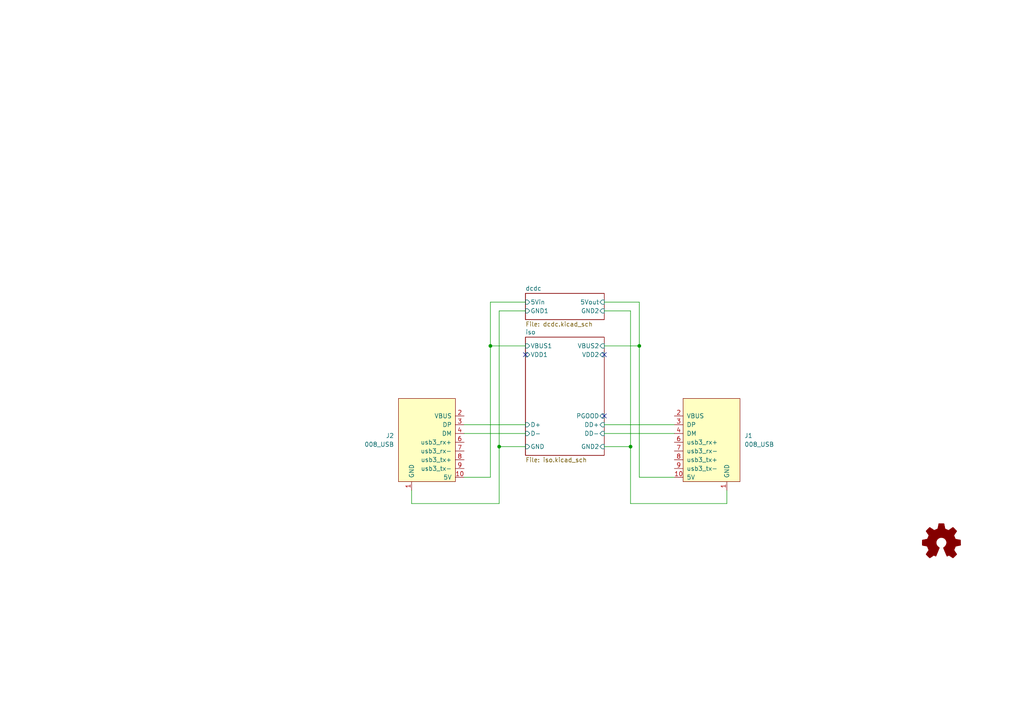
<source format=kicad_sch>
(kicad_sch (version 20230121) (generator eeschema)

  (uuid 57732dd3-1162-4c3f-88bd-31bf473d124d)

  (paper "A4")

  (lib_symbols
    (symbol "Graphic:Logo_Open_Hardware_Small" (pin_names (offset 1.016)) (in_bom yes) (on_board yes)
      (property "Reference" "#LOGO" (at 0 6.985 0)
        (effects (font (size 1.27 1.27)) hide)
      )
      (property "Value" "Logo_Open_Hardware_Small" (at 0 -5.715 0)
        (effects (font (size 1.27 1.27)) hide)
      )
      (property "Footprint" "" (at 0 0 0)
        (effects (font (size 1.27 1.27)) hide)
      )
      (property "Datasheet" "~" (at 0 0 0)
        (effects (font (size 1.27 1.27)) hide)
      )
      (property "ki_keywords" "Logo" (at 0 0 0)
        (effects (font (size 1.27 1.27)) hide)
      )
      (property "ki_description" "Open Hardware logo, small" (at 0 0 0)
        (effects (font (size 1.27 1.27)) hide)
      )
      (symbol "Logo_Open_Hardware_Small_0_1"
        (polyline
          (pts
            (xy 3.3528 -4.3434)
            (xy 3.302 -4.318)
            (xy 3.175 -4.2418)
            (xy 2.9972 -4.1148)
            (xy 2.7686 -3.9624)
            (xy 2.54 -3.81)
            (xy 2.3622 -3.7084)
            (xy 2.2352 -3.6068)
            (xy 2.1844 -3.5814)
            (xy 2.159 -3.6068)
            (xy 2.0574 -3.6576)
            (xy 1.905 -3.7338)
            (xy 1.8034 -3.7846)
            (xy 1.6764 -3.8354)
            (xy 1.6002 -3.8354)
            (xy 1.6002 -3.8354)
            (xy 1.5494 -3.7338)
            (xy 1.4732 -3.5306)
            (xy 1.3462 -3.302)
            (xy 1.2446 -3.0226)
            (xy 1.1176 -2.7178)
            (xy 0.9652 -2.413)
            (xy 0.8636 -2.1082)
            (xy 0.7366 -1.8288)
            (xy 0.6604 -1.6256)
            (xy 0.6096 -1.4732)
            (xy 0.5842 -1.397)
            (xy 0.5842 -1.397)
            (xy 0.6604 -1.3208)
            (xy 0.7874 -1.2446)
            (xy 1.0414 -1.016)
            (xy 1.2954 -0.6858)
            (xy 1.4478 -0.3302)
            (xy 1.524 0.0762)
            (xy 1.4732 0.4572)
            (xy 1.3208 0.8128)
            (xy 1.0668 1.143)
            (xy 0.762 1.3716)
            (xy 0.4064 1.524)
            (xy 0 1.5748)
            (xy -0.381 1.5494)
            (xy -0.7366 1.397)
            (xy -1.0668 1.143)
            (xy -1.2192 0.9906)
            (xy -1.397 0.6604)
            (xy -1.524 0.3048)
            (xy -1.524 0.2286)
            (xy -1.4986 -0.1778)
            (xy -1.397 -0.5334)
            (xy -1.1938 -0.8636)
            (xy -0.9144 -1.143)
            (xy -0.8636 -1.1684)
            (xy -0.7366 -1.27)
            (xy -0.635 -1.3462)
            (xy -0.5842 -1.397)
            (xy -1.0668 -2.5908)
            (xy -1.143 -2.794)
            (xy -1.2954 -3.1242)
            (xy -1.397 -3.4036)
            (xy -1.4986 -3.6322)
            (xy -1.5748 -3.7846)
            (xy -1.6002 -3.8354)
            (xy -1.6002 -3.8354)
            (xy -1.651 -3.8354)
            (xy -1.7272 -3.81)
            (xy -1.905 -3.7338)
            (xy -2.0066 -3.683)
            (xy -2.1336 -3.6068)
            (xy -2.2098 -3.5814)
            (xy -2.2606 -3.6068)
            (xy -2.3622 -3.683)
            (xy -2.54 -3.81)
            (xy -2.7686 -3.9624)
            (xy -2.9718 -4.0894)
            (xy -3.1496 -4.2164)
            (xy -3.302 -4.318)
            (xy -3.3528 -4.3434)
            (xy -3.3782 -4.3434)
            (xy -3.429 -4.318)
            (xy -3.5306 -4.2164)
            (xy -3.7084 -4.064)
            (xy -3.937 -3.8354)
            (xy -3.9624 -3.81)
            (xy -4.1656 -3.6068)
            (xy -4.318 -3.4544)
            (xy -4.4196 -3.3274)
            (xy -4.445 -3.2766)
            (xy -4.445 -3.2766)
            (xy -4.4196 -3.2258)
            (xy -4.318 -3.0734)
            (xy -4.2164 -2.8956)
            (xy -4.064 -2.667)
            (xy -3.6576 -2.0828)
            (xy -3.8862 -1.5494)
            (xy -3.937 -1.3716)
            (xy -4.0386 -1.1684)
            (xy -4.0894 -1.0414)
            (xy -4.1148 -0.9652)
            (xy -4.191 -0.9398)
            (xy -4.318 -0.9144)
            (xy -4.5466 -0.8636)
            (xy -4.8006 -0.8128)
            (xy -5.0546 -0.7874)
            (xy -5.2578 -0.7366)
            (xy -5.4356 -0.7112)
            (xy -5.5118 -0.6858)
            (xy -5.5118 -0.6858)
            (xy -5.5372 -0.635)
            (xy -5.5372 -0.5588)
            (xy -5.5372 -0.4318)
            (xy -5.5626 -0.2286)
            (xy -5.5626 0.0762)
            (xy -5.5626 0.127)
            (xy -5.5372 0.4064)
            (xy -5.5372 0.635)
            (xy -5.5372 0.762)
            (xy -5.5372 0.8382)
            (xy -5.5372 0.8382)
            (xy -5.461 0.8382)
            (xy -5.3086 0.889)
            (xy -5.08 0.9144)
            (xy -4.826 0.9652)
            (xy -4.8006 0.9906)
            (xy -4.5466 1.0414)
            (xy -4.318 1.0668)
            (xy -4.1656 1.1176)
            (xy -4.0894 1.143)
            (xy -4.0894 1.143)
            (xy -4.0386 1.2446)
            (xy -3.9624 1.4224)
            (xy -3.8608 1.6256)
            (xy -3.7846 1.8288)
            (xy -3.7084 2.0066)
            (xy -3.6576 2.159)
            (xy -3.6322 2.2098)
            (xy -3.6322 2.2098)
            (xy -3.683 2.286)
            (xy -3.7592 2.413)
            (xy -3.8862 2.5908)
            (xy -4.064 2.8194)
            (xy -4.064 2.8448)
            (xy -4.2164 3.0734)
            (xy -4.3434 3.2512)
            (xy -4.4196 3.3782)
            (xy -4.445 3.4544)
            (xy -4.445 3.4544)
            (xy -4.3942 3.5052)
            (xy -4.2926 3.6322)
            (xy -4.1148 3.81)
            (xy -3.937 4.0132)
            (xy -3.8608 4.064)
            (xy -3.6576 4.2926)
            (xy -3.5052 4.4196)
            (xy -3.4036 4.4958)
            (xy -3.3528 4.5212)
            (xy -3.3528 4.5212)
            (xy -3.302 4.4704)
            (xy -3.1496 4.3688)
            (xy -2.9718 4.2418)
            (xy -2.7432 4.0894)
            (xy -2.7178 4.0894)
            (xy -2.4892 3.937)
            (xy -2.3114 3.81)
            (xy -2.1844 3.7084)
            (xy -2.1336 3.683)
            (xy -2.1082 3.683)
            (xy -2.032 3.7084)
            (xy -1.8542 3.7592)
            (xy -1.6764 3.8354)
            (xy -1.4732 3.937)
            (xy -1.27 4.0132)
            (xy -1.143 4.064)
            (xy -1.0668 4.1148)
            (xy -1.0668 4.1148)
            (xy -1.0414 4.191)
            (xy -1.016 4.3434)
            (xy -0.9652 4.572)
            (xy -0.9144 4.8514)
            (xy -0.889 4.9022)
            (xy -0.8382 5.1562)
            (xy -0.8128 5.3848)
            (xy -0.7874 5.5372)
            (xy -0.762 5.588)
            (xy -0.7112 5.6134)
            (xy -0.5842 5.6134)
            (xy -0.4064 5.6134)
            (xy -0.1524 5.6134)
            (xy 0.0762 5.6134)
            (xy 0.3302 5.6134)
            (xy 0.5334 5.6134)
            (xy 0.6858 5.588)
            (xy 0.7366 5.588)
            (xy 0.7366 5.588)
            (xy 0.762 5.5118)
            (xy 0.8128 5.334)
            (xy 0.8382 5.1054)
            (xy 0.9144 4.826)
            (xy 0.9144 4.7752)
            (xy 0.9652 4.5212)
            (xy 1.016 4.2926)
            (xy 1.0414 4.1402)
            (xy 1.0668 4.0894)
            (xy 1.0668 4.0894)
            (xy 1.1938 4.0386)
            (xy 1.3716 3.9624)
            (xy 1.5748 3.8608)
            (xy 2.0828 3.6576)
            (xy 2.7178 4.0894)
            (xy 2.7686 4.1402)
            (xy 2.9972 4.2926)
            (xy 3.175 4.4196)
            (xy 3.302 4.4958)
            (xy 3.3782 4.5212)
            (xy 3.3782 4.5212)
            (xy 3.429 4.4704)
            (xy 3.556 4.3434)
            (xy 3.7338 4.191)
            (xy 3.9116 3.9878)
            (xy 4.064 3.8354)
            (xy 4.2418 3.6576)
            (xy 4.3434 3.556)
            (xy 4.4196 3.4798)
            (xy 4.4196 3.429)
            (xy 4.4196 3.4036)
            (xy 4.3942 3.3274)
            (xy 4.2926 3.2004)
            (xy 4.1656 2.9972)
            (xy 4.0132 2.794)
            (xy 3.8862 2.5908)
            (xy 3.7592 2.3876)
            (xy 3.6576 2.2352)
            (xy 3.6322 2.159)
            (xy 3.6322 2.1336)
            (xy 3.683 2.0066)
            (xy 3.7592 1.8288)
            (xy 3.8608 1.6002)
            (xy 4.064 1.1176)
            (xy 4.3942 1.0414)
            (xy 4.5974 1.016)
            (xy 4.8768 0.9652)
            (xy 5.1308 0.9144)
            (xy 5.5372 0.8382)
            (xy 5.5626 -0.6604)
            (xy 5.4864 -0.6858)
            (xy 5.4356 -0.6858)
            (xy 5.2832 -0.7366)
            (xy 5.0546 -0.762)
            (xy 4.8006 -0.8128)
            (xy 4.5974 -0.8636)
            (xy 4.3688 -0.9144)
            (xy 4.2164 -0.9398)
            (xy 4.1402 -0.9398)
            (xy 4.1148 -0.9652)
            (xy 4.064 -1.0668)
            (xy 3.9878 -1.2446)
            (xy 3.9116 -1.4478)
            (xy 3.81 -1.651)
            (xy 3.7338 -1.8542)
            (xy 3.683 -2.0066)
            (xy 3.6576 -2.0828)
            (xy 3.683 -2.1336)
            (xy 3.7846 -2.2606)
            (xy 3.8862 -2.4638)
            (xy 4.0386 -2.667)
            (xy 4.191 -2.8956)
            (xy 4.318 -3.0734)
            (xy 4.3942 -3.2004)
            (xy 4.445 -3.2766)
            (xy 4.4196 -3.3274)
            (xy 4.3434 -3.429)
            (xy 4.1656 -3.5814)
            (xy 3.937 -3.8354)
            (xy 3.8862 -3.8608)
            (xy 3.683 -4.064)
            (xy 3.5306 -4.2164)
            (xy 3.4036 -4.318)
            (xy 3.3528 -4.3434)
          )
          (stroke (width 0) (type default))
          (fill (type outline))
        )
      )
    )
    (symbol "put_on_edge:008_USB" (pin_names (offset 1.016)) (in_bom yes) (on_board yes)
      (property "Reference" "J" (at -2.54 13.97 0)
        (effects (font (size 1.27 1.27)))
      )
      (property "Value" "008_USB" (at 8.89 13.97 0)
        (effects (font (size 1.27 1.27)))
      )
      (property "Footprint" "" (at 7.62 16.51 0)
        (effects (font (size 1.27 1.27)) hide)
      )
      (property "Datasheet" "" (at 7.62 16.51 0)
        (effects (font (size 1.27 1.27)) hide)
      )
      (symbol "008_USB_0_1"
        (rectangle (start -8.89 12.7) (end 7.62 -11.43)
          (stroke (width 0) (type default))
          (fill (type background))
        )
      )
      (symbol "008_USB_1_1"
        (pin power_in line (at 3.81 -13.97 90) (length 2.54)
          (name "GND" (effects (font (size 1.27 1.27))))
          (number "1" (effects (font (size 1.27 1.27))))
        )
        (pin power_in line (at -11.43 -10.16 0) (length 2.54)
          (name "5V" (effects (font (size 1.27 1.27))))
          (number "10" (effects (font (size 1.27 1.27))))
        )
        (pin power_in line (at -11.43 7.62 0) (length 2.54)
          (name "VBUS" (effects (font (size 1.27 1.27))))
          (number "2" (effects (font (size 1.27 1.27))))
        )
        (pin bidirectional line (at -11.43 5.08 0) (length 2.54)
          (name "DP" (effects (font (size 1.27 1.27))))
          (number "3" (effects (font (size 1.27 1.27))))
        )
        (pin bidirectional line (at -11.43 2.54 0) (length 2.54)
          (name "DM" (effects (font (size 1.27 1.27))))
          (number "4" (effects (font (size 1.27 1.27))))
        )
        (pin input line (at -11.43 0 0) (length 2.54)
          (name "usb3_rx+" (effects (font (size 1.27 1.27))))
          (number "6" (effects (font (size 1.27 1.27))))
        )
        (pin input line (at -11.43 -2.54 0) (length 2.54)
          (name "usb3_rx-" (effects (font (size 1.27 1.27))))
          (number "7" (effects (font (size 1.27 1.27))))
        )
        (pin input line (at -11.43 -5.08 0) (length 2.54)
          (name "usb3_tx+" (effects (font (size 1.27 1.27))))
          (number "8" (effects (font (size 1.27 1.27))))
        )
        (pin input line (at -11.43 -7.62 0) (length 2.54)
          (name "usb3_tx-" (effects (font (size 1.27 1.27))))
          (number "9" (effects (font (size 1.27 1.27))))
        )
      )
    )
  )

  (junction (at 144.78 129.54) (diameter 0) (color 0 0 0 0)
    (uuid 06781a2c-0d3a-4dff-82f9-192aad054dbd)
  )
  (junction (at 142.24 100.33) (diameter 0) (color 0 0 0 0)
    (uuid 185097db-a082-4083-a1d9-7683f12da0c6)
  )
  (junction (at 182.88 129.54) (diameter 0) (color 0 0 0 0)
    (uuid 18a5a6ac-d5ba-4c8e-9fcc-e90a792ad43e)
  )
  (junction (at 185.42 100.33) (diameter 0) (color 0 0 0 0)
    (uuid 31c5938c-08be-4cea-a3d7-80106fe72252)
  )

  (no_connect (at 175.26 102.87) (uuid 24cd1b09-bfba-49f9-98d1-150f938889fb))
  (no_connect (at 152.4 102.87) (uuid 6aac803d-b794-4730-9e88-d9af22487ef6))
  (no_connect (at 175.26 120.65) (uuid 99e2d4f2-7184-4ecc-ba01-556f26dd8e4f))

  (wire (pts (xy 185.42 100.33) (xy 175.26 100.33))
    (stroke (width 0) (type default))
    (uuid 0686d134-87e0-4ddc-a58e-73abf89820ca)
  )
  (wire (pts (xy 210.82 142.24) (xy 210.82 146.05))
    (stroke (width 0) (type default))
    (uuid 09d73b47-f67b-454b-9a13-0c867e81448e)
  )
  (wire (pts (xy 144.78 129.54) (xy 152.4 129.54))
    (stroke (width 0) (type default))
    (uuid 129fe095-cf3d-408b-bc69-01d54f763905)
  )
  (wire (pts (xy 134.62 138.43) (xy 142.24 138.43))
    (stroke (width 0) (type default))
    (uuid 1bc144df-906b-4ef0-a6b7-c13e8af42f3c)
  )
  (wire (pts (xy 175.26 87.63) (xy 185.42 87.63))
    (stroke (width 0) (type default))
    (uuid 1e043124-7d44-484b-8b5c-694658c2b52b)
  )
  (wire (pts (xy 175.26 125.73) (xy 195.58 125.73))
    (stroke (width 0) (type default))
    (uuid 32da9e54-8ab3-4b58-b355-a43e9e2e2bac)
  )
  (wire (pts (xy 119.38 142.24) (xy 119.38 146.05))
    (stroke (width 0) (type default))
    (uuid 3b055aa7-804e-47d3-86f5-e057e18da0d6)
  )
  (wire (pts (xy 175.26 90.17) (xy 182.88 90.17))
    (stroke (width 0) (type default))
    (uuid 3c6a01a6-0f52-4907-b05b-bba196bfa225)
  )
  (wire (pts (xy 182.88 146.05) (xy 182.88 129.54))
    (stroke (width 0) (type default))
    (uuid 422f121e-f02b-473d-b524-5367de20abb9)
  )
  (wire (pts (xy 185.42 87.63) (xy 185.42 100.33))
    (stroke (width 0) (type default))
    (uuid 43276b2f-432e-42bd-8c6e-2e47bbed8f74)
  )
  (wire (pts (xy 134.62 125.73) (xy 152.4 125.73))
    (stroke (width 0) (type default))
    (uuid 51f9d3f3-1645-4e3b-93f0-74211d1b2c2d)
  )
  (wire (pts (xy 134.62 123.19) (xy 152.4 123.19))
    (stroke (width 0) (type default))
    (uuid 52bcfccc-8eec-4dce-88b2-eae308ae2f45)
  )
  (wire (pts (xy 195.58 138.43) (xy 185.42 138.43))
    (stroke (width 0) (type default))
    (uuid 649dfcd1-2d64-4ec7-849e-de4425cd297c)
  )
  (wire (pts (xy 175.26 123.19) (xy 195.58 123.19))
    (stroke (width 0) (type default))
    (uuid 66066721-5201-4dc0-9b2f-0c17d47a7386)
  )
  (wire (pts (xy 144.78 90.17) (xy 144.78 129.54))
    (stroke (width 0) (type default))
    (uuid 6db687ad-90fd-4462-985a-1e153466889f)
  )
  (wire (pts (xy 152.4 90.17) (xy 144.78 90.17))
    (stroke (width 0) (type default))
    (uuid 79f11db2-2e4a-4ee4-abbb-fbeec911154f)
  )
  (wire (pts (xy 142.24 138.43) (xy 142.24 100.33))
    (stroke (width 0) (type default))
    (uuid 818b4004-b5e5-4b4a-aed8-43e2f4f29a12)
  )
  (wire (pts (xy 185.42 138.43) (xy 185.42 100.33))
    (stroke (width 0) (type default))
    (uuid 85003292-7282-4fee-92b8-175067fba52f)
  )
  (wire (pts (xy 210.82 146.05) (xy 182.88 146.05))
    (stroke (width 0) (type default))
    (uuid 93444bc4-b44b-45ff-8a40-15e8ee0d611d)
  )
  (wire (pts (xy 152.4 87.63) (xy 142.24 87.63))
    (stroke (width 0) (type default))
    (uuid 9d2cb326-07ad-4b36-a68b-ed9454302fbd)
  )
  (wire (pts (xy 142.24 87.63) (xy 142.24 100.33))
    (stroke (width 0) (type default))
    (uuid a451462a-8ae5-4d4c-80ad-84bb5e262c3a)
  )
  (wire (pts (xy 144.78 129.54) (xy 144.78 146.05))
    (stroke (width 0) (type default))
    (uuid aca5771d-bcd2-435d-bff5-a186d6b1ffc8)
  )
  (wire (pts (xy 175.26 129.54) (xy 182.88 129.54))
    (stroke (width 0) (type default))
    (uuid b5f50e6e-6728-4454-96f5-44e0bc388ce5)
  )
  (wire (pts (xy 182.88 90.17) (xy 182.88 129.54))
    (stroke (width 0) (type default))
    (uuid c1cce8ec-9dcc-4e05-9a07-886929472c04)
  )
  (wire (pts (xy 142.24 100.33) (xy 152.4 100.33))
    (stroke (width 0) (type default))
    (uuid d5a1ebe4-05f8-465b-b71b-a7cd46effdc9)
  )
  (wire (pts (xy 119.38 146.05) (xy 144.78 146.05))
    (stroke (width 0) (type default))
    (uuid ebe45dee-e9c8-4163-9baf-0af4d0ed1171)
  )

  (symbol (lib_id "put_on_edge:008_USB") (at 207.01 128.27 0) (unit 1)
    (in_bom yes) (on_board yes) (dnp no) (fields_autoplaced)
    (uuid 82360128-a457-424a-8fd9-329386fe7185)
    (property "Reference" "J1" (at 215.9 126.365 0)
      (effects (font (size 1.27 1.27)) (justify left))
    )
    (property "Value" "008_USB" (at 215.9 128.905 0)
      (effects (font (size 1.27 1.27)) (justify left))
    )
    (property "Footprint" "on_edge:on_edge_2x05_host" (at 214.63 111.76 0)
      (effects (font (size 1.27 1.27)) hide)
    )
    (property "Datasheet" "" (at 214.63 111.76 0)
      (effects (font (size 1.27 1.27)) hide)
    )
    (pin "1" (uuid 747ff76c-0c68-444f-b499-a2f36986d1fb))
    (pin "7" (uuid 1f0f2109-3ae1-4a91-835d-4b4d3bf642a2))
    (pin "3" (uuid b220cdc2-09c1-4836-95a5-3691527c5e6e))
    (pin "9" (uuid 97c86bff-90df-42f9-9128-d2b58e4d7b4a))
    (pin "2" (uuid 31e703da-2cdd-4fac-a8b3-9e5de32e720c))
    (pin "4" (uuid a6973657-8e92-4875-9071-f274c2c2bcbf))
    (pin "6" (uuid 5ea5b610-2fdc-44af-bc92-e5baab50c979))
    (pin "8" (uuid b6df760b-9d52-4e2a-b3b7-d84b252a7878))
    (pin "10" (uuid 1077b334-b492-44b7-beec-8a23ac6e955c))
    (instances
      (project "board"
        (path "/57732dd3-1162-4c3f-88bd-31bf473d124d"
          (reference "J1") (unit 1)
        )
      )
    )
  )

  (symbol (lib_id "put_on_edge:008_USB") (at 123.19 128.27 0) (mirror y) (unit 1)
    (in_bom yes) (on_board yes) (dnp no)
    (uuid 883d18d8-a129-4bff-98d6-55cc46aba284)
    (property "Reference" "J2" (at 114.3 126.365 0)
      (effects (font (size 1.27 1.27)) (justify left))
    )
    (property "Value" "008_USB" (at 114.3 128.905 0)
      (effects (font (size 1.27 1.27)) (justify left))
    )
    (property "Footprint" "on_edge:on_edge_2x05_device" (at 115.57 111.76 0)
      (effects (font (size 1.27 1.27)) hide)
    )
    (property "Datasheet" "" (at 115.57 111.76 0)
      (effects (font (size 1.27 1.27)) hide)
    )
    (pin "1" (uuid ea9d6170-ba54-4285-8d4a-4da5a9ee96a1))
    (pin "7" (uuid b5de5c96-e053-434f-93fd-ecc2897eb0cc))
    (pin "3" (uuid 6a14a2e4-2262-4861-9453-fffc975125a3))
    (pin "9" (uuid dc9c90e8-5ec4-401b-a8c4-88929001762f))
    (pin "2" (uuid 69d03db6-2aa6-4989-8d67-d054215bbcb7))
    (pin "4" (uuid 7943c130-efac-434d-b591-9c0a2a670ad7))
    (pin "6" (uuid d1107545-1c24-490a-a17e-4c6cd6762c42))
    (pin "8" (uuid a690ba27-8834-4f4c-ae21-383e5886d255))
    (pin "10" (uuid 514725d4-a1e9-4de4-aaa1-b37695abe66c))
    (instances
      (project "board"
        (path "/57732dd3-1162-4c3f-88bd-31bf473d124d"
          (reference "J2") (unit 1)
        )
      )
    )
  )

  (symbol (lib_id "Graphic:Logo_Open_Hardware_Small") (at 273.05 157.48 0) (unit 1)
    (in_bom yes) (on_board yes) (dnp no) (fields_autoplaced)
    (uuid b72b6f4a-7489-40f2-bb90-d75ae01aa368)
    (property "Reference" "LOGO1" (at 273.05 150.495 0)
      (effects (font (size 1.27 1.27)) hide)
    )
    (property "Value" "Logo_Open_Hardware_Small" (at 273.05 163.195 0)
      (effects (font (size 1.27 1.27)) hide)
    )
    (property "Footprint" "Symbol:OSHW-Symbol_6.7x6mm_SilkScreen" (at 273.05 157.48 0)
      (effects (font (size 1.27 1.27)) hide)
    )
    (property "Datasheet" "~" (at 273.05 157.48 0)
      (effects (font (size 1.27 1.27)) hide)
    )
    (instances
      (project "board"
        (path "/57732dd3-1162-4c3f-88bd-31bf473d124d"
          (reference "LOGO1") (unit 1)
        )
      )
    )
  )

  (sheet (at 152.4 85.09) (size 22.86 7.62) (fields_autoplaced)
    (stroke (width 0.1524) (type solid))
    (fill (color 0 0 0 0.0000))
    (uuid 5320a499-25fc-49e8-b91b-ddd1ee0b48b1)
    (property "Sheetname" "dcdc" (at 152.4 84.3784 0)
      (effects (font (size 1.27 1.27)) (justify left bottom))
    )
    (property "Sheetfile" "dcdc.kicad_sch" (at 152.4 93.2946 0)
      (effects (font (size 1.27 1.27)) (justify left top))
    )
    (pin "GND1" input (at 152.4 90.17 180)
      (effects (font (size 1.27 1.27)) (justify left))
      (uuid 57a4d85d-7549-4cc0-a7c8-e5a5ee055e6b)
    )
    (pin "5Vin" input (at 152.4 87.63 180)
      (effects (font (size 1.27 1.27)) (justify left))
      (uuid 19b19ab6-f794-4cdf-a2a9-e605942f0836)
    )
    (pin "GND2" input (at 175.26 90.17 0)
      (effects (font (size 1.27 1.27)) (justify right))
      (uuid 7eeeb18b-346e-4930-856d-19fe85c90d72)
    )
    (pin "5Vout" input (at 175.26 87.63 0)
      (effects (font (size 1.27 1.27)) (justify right))
      (uuid 674b029f-ed25-43e2-9799-4831bffd23af)
    )
    (instances
      (project "board"
        (path "/57732dd3-1162-4c3f-88bd-31bf473d124d" (page "3"))
      )
    )
  )

  (sheet (at 152.4 97.79) (size 22.86 34.29) (fields_autoplaced)
    (stroke (width 0.1524) (type solid))
    (fill (color 0 0 0 0.0000))
    (uuid 767ce4c6-0e55-4543-92f0-34cb8237a544)
    (property "Sheetname" "iso" (at 152.4 97.0784 0)
      (effects (font (size 1.27 1.27)) (justify left bottom))
    )
    (property "Sheetfile" "iso.kicad_sch" (at 152.4 132.6646 0)
      (effects (font (size 1.27 1.27)) (justify left top))
    )
    (pin "GND" input (at 152.4 129.54 180)
      (effects (font (size 1.27 1.27)) (justify left))
      (uuid 466cf29f-04d2-4303-aa26-8ec28548d2f2)
    )
    (pin "VBUS2" input (at 175.26 100.33 0)
      (effects (font (size 1.27 1.27)) (justify right))
      (uuid b5193d73-1b40-4ca2-81c9-db1a64513fec)
    )
    (pin "VDD2" input (at 175.26 102.87 0)
      (effects (font (size 1.27 1.27)) (justify right))
      (uuid e28d8d1f-875f-4253-81f8-dfe1133a66ca)
    )
    (pin "VDD1" input (at 152.4 102.87 180)
      (effects (font (size 1.27 1.27)) (justify left))
      (uuid 1b7b803a-f477-4335-8776-f689534126a8)
    )
    (pin "D+" input (at 152.4 123.19 180)
      (effects (font (size 1.27 1.27)) (justify left))
      (uuid be09a3ab-5443-4929-81df-2f7766e2e9ec)
    )
    (pin "D-" input (at 152.4 125.73 180)
      (effects (font (size 1.27 1.27)) (justify left))
      (uuid 906fc466-09bc-49e2-933e-c49c2b300229)
    )
    (pin "VBUS1" input (at 152.4 100.33 180)
      (effects (font (size 1.27 1.27)) (justify left))
      (uuid 7e2335f0-4cf3-4a3b-b868-efcc732165aa)
    )
    (pin "DD+" input (at 175.26 123.19 0)
      (effects (font (size 1.27 1.27)) (justify right))
      (uuid 89d2ac3e-938f-4812-b8e0-6267aef4a834)
    )
    (pin "DD-" input (at 175.26 125.73 0)
      (effects (font (size 1.27 1.27)) (justify right))
      (uuid b49f8849-bba9-43af-abc9-e80e2effbe70)
    )
    (pin "PGOOD" input (at 175.26 120.65 0)
      (effects (font (size 1.27 1.27)) (justify right))
      (uuid f669a39c-ecb1-4a21-b13a-b17a37556a48)
    )
    (pin "GND2" input (at 175.26 129.54 0)
      (effects (font (size 1.27 1.27)) (justify right))
      (uuid 44a614f0-175d-4e08-bcc5-6f0a19deb728)
    )
    (instances
      (project "board"
        (path "/57732dd3-1162-4c3f-88bd-31bf473d124d" (page "2"))
      )
    )
  )

  (sheet_instances
    (path "/" (page "1"))
  )
)

</source>
